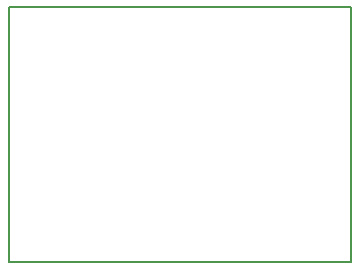
<source format=gbr>
G04 #@! TF.FileFunction,Profile,NP*
%FSLAX46Y46*%
G04 Gerber Fmt 4.6, Leading zero omitted, Abs format (unit mm)*
G04 Created by KiCad (PCBNEW 4.0.2-stable) date 08/04/2016 14:29:52*
%MOMM*%
G01*
G04 APERTURE LIST*
%ADD10C,0.100000*%
%ADD11C,0.150000*%
G04 APERTURE END LIST*
D10*
D11*
X181102000Y-109728000D02*
X210058000Y-109728000D01*
X181102000Y-131318000D02*
X181102000Y-109728000D01*
X210058000Y-131318000D02*
X181102000Y-131318000D01*
X210058000Y-109728000D02*
X210058000Y-131318000D01*
M02*

</source>
